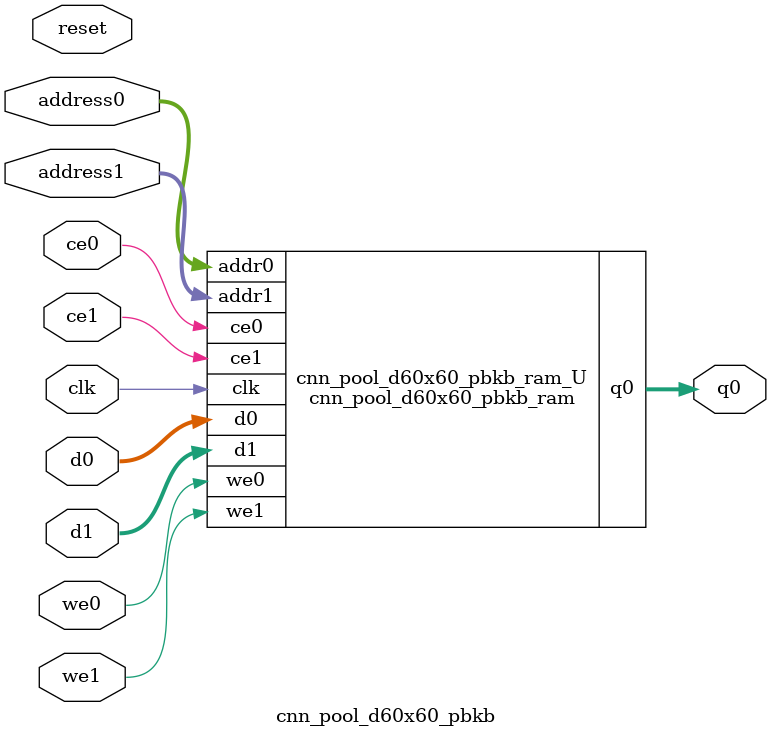
<source format=v>

`timescale 1 ns / 1 ps
module cnn_pool_d60x60_pbkb_ram (addr0, ce0, d0, we0, q0, addr1, ce1, d1, we1,  clk);

parameter DWIDTH = 32;
parameter AWIDTH = 6;
parameter MEM_SIZE = 60;

input[AWIDTH-1:0] addr0;
input ce0;
input[DWIDTH-1:0] d0;
input we0;
output reg[DWIDTH-1:0] q0;
input[AWIDTH-1:0] addr1;
input ce1;
input[DWIDTH-1:0] d1;
input we1;
input clk;

(* ram_style = "block" *)reg [DWIDTH-1:0] ram[0:MEM_SIZE-1];




always @(posedge clk)  
begin 
    if (ce0) 
    begin
        if (we0) 
        begin 
            ram[addr0] <= d0; 
            q0 <= d0;
        end 
        else 
            q0 <= ram[addr0];
    end
end


always @(posedge clk)  
begin 
    if (ce1) 
    begin
        if (we1) 
        begin 
            ram[addr1] <= d1; 
        end 
    end
end


endmodule


`timescale 1 ns / 1 ps
module cnn_pool_d60x60_pbkb(
    reset,
    clk,
    address0,
    ce0,
    we0,
    d0,
    q0,
    address1,
    ce1,
    we1,
    d1);

parameter DataWidth = 32'd32;
parameter AddressRange = 32'd60;
parameter AddressWidth = 32'd6;
input reset;
input clk;
input[AddressWidth - 1:0] address0;
input ce0;
input we0;
input[DataWidth - 1:0] d0;
output[DataWidth - 1:0] q0;
input[AddressWidth - 1:0] address1;
input ce1;
input we1;
input[DataWidth - 1:0] d1;



cnn_pool_d60x60_pbkb_ram cnn_pool_d60x60_pbkb_ram_U(
    .clk( clk ),
    .addr0( address0 ),
    .ce0( ce0 ),
    .d0( d0 ),
    .we0( we0 ),
    .q0( q0 ),
    .addr1( address1 ),
    .ce1( ce1 ),
    .d1( d1 ),
    .we1( we1 ));

endmodule


</source>
